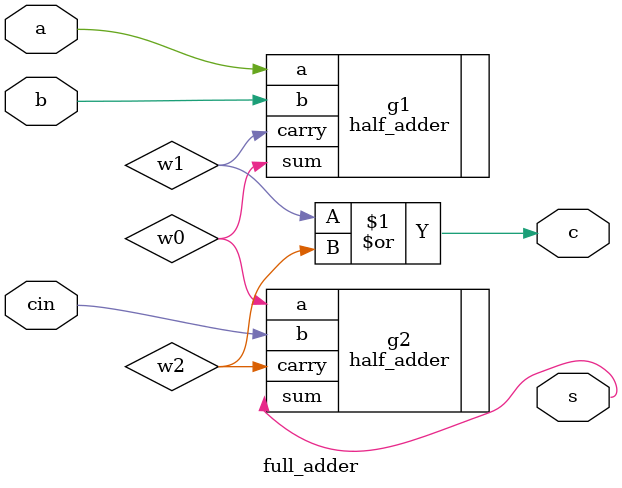
<source format=v>
module full_adder(input a,b,cin, output s,c);
wire w0,w1,w2;
half_adder g1(.a(a), .b(b), .sum(w0), .carry(w1));
half_adder g2(.a(w0), .b(cin), .sum(s), .carry(w2));
assign c = w1 | w2;
endmodule

</source>
